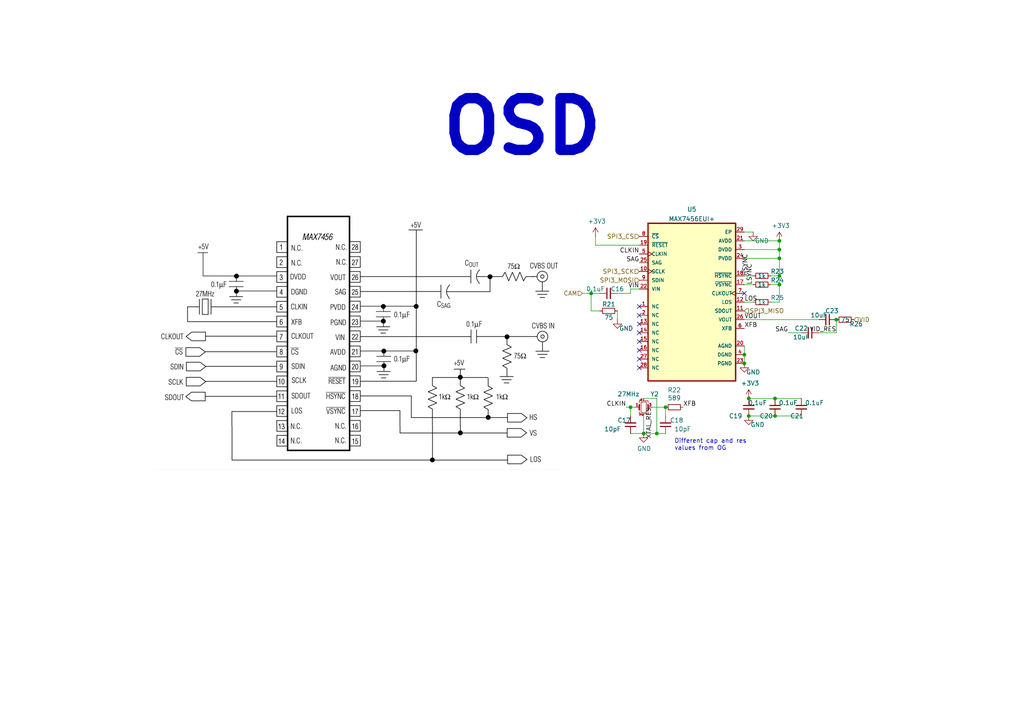
<source format=kicad_sch>
(kicad_sch (version 20231120) (generator "eeschema") (generator_version "8.0")
  (paper "A4")
  (lib_symbols
    (symbol "Device:C_Small" (pin_numbers hide) (pin_names (offset 0.254) hide)
      (property "Reference" "C" (at 0.254 1.778 0))
      (property "Value" "C_Small" (at 0.254 -2.032 0))
      (symbol "C_Small_0_1"
        (polyline (pts (xy -1.524 -0.508) (xy 1.524 -0.508)) (stroke (width 0.3302)))
        (polyline (pts (xy -1.524 0.508) (xy 1.524 0.508)) (stroke (width 0.3048)))
      )
      (symbol "C_Small_1_1"
        (pin passive line (at 0 2.54 270) (length 2.032) (name "~") (number "1"))
        (pin passive line (at 0 -2.54 90) (length 2.032) (name "~") (number "2"))
      )
    )
    (symbol "Device:Crystal_GND24_Small" (pin_names (offset 1.016) hide)
      (property "Reference" "Y" (at 1.27 4.445 0))
      (property "Value" "Crystal_GND24_Small" (at 1.27 2.54 0))
      (symbol "Crystal_GND24_Small_0_1"
        (rectangle (start -0.762 -1.524) (end 0.762 1.524))
        (polyline (pts (xy -1.27 -0.762) (xy -1.27 0.762)) (stroke (width 0.381)))
        (polyline (pts (xy 1.27 -0.762) (xy 1.27 0.762)) (stroke (width 0.381)))
        (polyline (pts (xy -1.27 -1.27) (xy -1.27 -1.905) (xy 1.27 -1.905) (xy 1.27 -1.27)))
        (polyline (pts (xy -1.27 1.27) (xy -1.27 1.905) (xy 1.27 1.905) (xy 1.27 1.27)))
      )
      (symbol "Crystal_GND24_Small_1_1"
        (pin passive line (at -2.54 0 0) (length 1.27) (name "1") (number "1"))
        (pin passive line (at 0 -2.54 90) (length 0.635) (name "2") (number "2"))
        (pin passive line (at 2.54 0 180) (length 1.27) (name "3") (number "3"))
        (pin passive line (at 0 2.54 270) (length 0.635) (name "4") (number "4"))
      )
    )
    (symbol "Device:R_Small" (pin_numbers hide) (pin_names (offset 0.254) hide)
      (property "Reference" "R" (at 0.762 0.508 0))
      (property "Value" "R_Small" (at 0.762 -1.016 0))
      (symbol "R_Small_0_1"
        (rectangle (start -0.762 1.778) (end 0.762 -1.778) (stroke (width 0.2032)))
      )
      (symbol "R_Small_1_1"
        (pin passive line (at 0 2.54 270) (length 0.762) (name "~") (number "1"))
        (pin passive line (at 0 -2.54 90) (length 0.762) (name "~") (number "2"))
      )
    )
    (symbol "JPW_Symbols:MAX7456EUI+" (pin_names (offset 1.016))
      (property "Reference" "U" (at -12.7 23.8506 0))
      (property "Value" "MAX7456EUI+" (at -12.7 -26.8478 0))
      (symbol "MAX7456EUI+_0_0"
        (rectangle (start -12.7 -22.86) (end 12.7 22.86) (stroke (width 0.4064)) (fill (type background)))
        (pin power_in line (at -15.24 -1.27 0) (length 2.54) (name "NC") (number "1"))
        (pin input clock (at -15.24 8.89 0) (length 2.54) (name "SCLK") (number "10"))
        (pin output line (at 15.24 -2.54 180) (length 2.54) (name "SDOUT") (number "11"))
        (pin output line (at 15.24 0 180) (length 2.54) (name "LOS") (number "12"))
        (pin power_in line (at -15.24 -6.35 0) (length 2.54) (name "NC") (number "13"))
        (pin power_in line (at -15.24 -8.89 0) (length 2.54) (name "NC") (number "14"))
        (pin power_in line (at -15.24 -11.43 0) (length 2.54) (name "NC") (number "15"))
        (pin power_in line (at -15.24 -13.97 0) (length 2.54) (name "NC") (number "16"))
        (pin output line (at 15.24 5.08 180) (length 2.54) (name "~{VSYNC}") (number "17"))
        (pin output line (at 15.24 7.62 180) (length 2.54) (name "~{HSYNC}") (number "18"))
        (pin input line (at -15.24 16.51 0) (length 2.54) (name "~{RESET}") (number "19"))
        (pin power_in line (at -15.24 -3.81 0) (length 2.54) (name "NC") (number "2"))
        (pin power_in line (at 15.24 -12.7 180) (length 2.54) (name "AGND") (number "20"))
        (pin power_in line (at 15.24 17.78 180) (length 2.54) (name "AVDD") (number "21"))
        (pin input line (at -15.24 3.81 0) (length 2.54) (name "VIN") (number "22"))
        (pin power_in line (at 15.24 -17.78 180) (length 2.54) (name "PGND") (number "23"))
        (pin power_in line (at 15.24 12.7 180) (length 2.54) (name "PVDD") (number "24"))
        (pin input line (at -15.24 11.43 0) (length 2.54) (name "SAG") (number "25"))
        (pin output line (at 15.24 -5.08 180) (length 2.54) (name "VOUT") (number "26"))
        (pin power_in line (at -15.24 -16.51 0) (length 2.54) (name "NC") (number "27"))
        (pin power_in line (at -15.24 -19.05 0) (length 2.54) (name "NC") (number "28"))
        (pin power_in line (at 15.24 20.32 180) (length 2.54) (name "EP") (number "29"))
        (pin power_in line (at 15.24 15.24 180) (length 2.54) (name "DVDD") (number "3"))
        (pin power_in line (at 15.24 -15.24 180) (length 2.54) (name "DGND") (number "4"))
        (pin input clock (at -15.24 13.97 0) (length 2.54) (name "CLKIN") (number "5"))
        (pin output line (at 15.24 -7.62 180) (length 2.54) (name "XFB") (number "6"))
        (pin output clock (at 15.24 2.54 180) (length 2.54) (name "CLKOUT") (number "7"))
        (pin input line (at -15.24 19.05 0) (length 2.54) (name "~{CS}") (number "8"))
        (pin input line (at -15.24 6.35 0) (length 2.54) (name "SDIN") (number "9"))
      )
    )
    (symbol "power:+3V3" (power) (pin_numbers hide) (pin_names (offset 0) hide)
      (property "Value" "+3V3" (at 0 3.556 0))
      (symbol "+3V3_0_1"
        (polyline (pts (xy -0.762 1.27) (xy 0 2.54)))
        (polyline (pts (xy 0 0) (xy 0 2.54)))
        (polyline (pts (xy 0 2.54) (xy 0.762 1.27)))
      )
      (symbol "+3V3_1_1"
        (pin power_in line (at 0 0 90) (length 0) (name "~") (number "1"))
      )
    )
    (symbol "power:GND" (power) (pin_numbers hide) (pin_names (offset 0) hide)
      (property "Value" "GND" (at 0 -3.81 0))
      (symbol "GND_0_1"
        (polyline (pts (xy 0 0) (xy 0 -1.27) (xy 1.27 -1.27) (xy 0 -2.54) (xy -1.27 -1.27) (xy 0 -1.27)))
      )
      (symbol "GND_1_1"
        (pin power_in line (at 0 0 270) (length 0) (name "~") (number "1"))
      )
    )
  )
  (junction (at 226.06 72.39))
  (junction (at 226.06 80.01))
  (junction (at 193.04 118.11))
  (junction (at 224.79 120.65))
  (junction (at 171.45 85.09))
  (junction (at 215.9 102.87))
  (junction (at 190.5 125.73))
  (junction (at 217.17 120.65))
  (junction (at 242.57 92.71))
  (junction (at 224.79 115.57))
  (junction (at 215.9 105.41))
  (junction (at 186.69 125.73))
  (junction (at 226.06 69.85))
  (junction (at 226.06 74.93))
  (junction (at 226.06 82.55))
  (junction (at 217.17 115.57))
  (junction (at 182.88 118.11))
  (no_connect (at 185.42 93.98))
  (no_connect (at 185.42 96.52))
  (no_connect (at 185.42 99.06))
  (no_connect (at 185.42 104.14))
  (no_connect (at 185.42 101.6))
  (no_connect (at 185.42 106.68))
  (no_connect (at 185.42 91.44))
  (no_connect (at 185.42 88.9))
  (no_connect (at 215.9 85.09))
  (wire (pts (xy 217.17 120.65) (xy 224.79 120.65)))
  (wire (pts (xy 181.61 118.11) (xy 182.88 118.11)))
  (wire (pts (xy 215.9 67.31) (xy 218.44 67.31)))
  (wire (pts (xy 217.17 115.57) (xy 224.79 115.57)))
  (wire (pts (xy 186.69 115.57) (xy 190.5 115.57)))
  (wire (pts (xy 171.45 90.17) (xy 173.99 90.17)))
  (wire (pts (xy 226.06 74.93) (xy 226.06 80.01)))
  (wire (pts (xy 172.72 68.58) (xy 172.72 71.12)))
  (wire (pts (xy 226.06 74.93) (xy 226.06 72.39)))
  (wire (pts (xy 215.9 102.87) (xy 215.9 105.41)))
  (wire (pts (xy 228.6 96.52) (xy 232.41 96.52)))
  (wire (pts (xy 226.06 87.63) (xy 226.06 82.55)))
  (wire (pts (xy 223.52 82.55) (xy 226.06 82.55)))
  (wire (pts (xy 224.79 115.57) (xy 232.41 115.57)))
  (wire (pts (xy 215.9 100.33) (xy 215.9 102.87)))
  (wire (pts (xy 223.52 87.63) (xy 226.06 87.63)))
  (wire (pts (xy 215.9 74.93) (xy 226.06 74.93)))
  (wire (pts (xy 190.5 125.73) (xy 193.04 125.73)))
  (wire (pts (xy 215.9 87.63) (xy 218.44 87.63)))
  (wire (pts (xy 179.07 85.09) (xy 182.88 85.09)))
  (wire (pts (xy 215.9 80.01) (xy 218.44 80.01)))
  (wire (pts (xy 226.06 82.55) (xy 226.06 80.01)))
  (wire (pts (xy 182.88 83.82) (xy 185.42 83.82)))
  (wire (pts (xy 186.69 125.73) (xy 190.5 125.73)))
  (wire (pts (xy 237.49 96.52) (xy 242.57 96.52)))
  (wire (pts (xy 168.91 85.09) (xy 171.45 85.09)))
  (wire (pts (xy 179.07 90.17) (xy 179.07 92.71)))
  (wire (pts (xy 182.88 125.73) (xy 186.69 125.73)))
  (wire (pts (xy 182.88 85.09) (xy 182.88 83.82)))
  (wire (pts (xy 242.57 92.71) (xy 242.57 96.52)))
  (wire (pts (xy 171.45 85.09) (xy 173.99 85.09)))
  (wire (pts (xy 193.04 118.11) (xy 193.04 120.65)))
  (wire (pts (xy 215.9 82.55) (xy 218.44 82.55)))
  (wire (pts (xy 223.52 80.01) (xy 226.06 80.01)))
  (wire (pts (xy 226.06 72.39) (xy 226.06 69.85)))
  (wire (pts (xy 215.9 72.39) (xy 226.06 72.39)))
  (wire (pts (xy 182.88 118.11) (xy 184.15 118.11)))
  (wire (pts (xy 224.79 120.65) (xy 232.41 120.65)))
  (wire (pts (xy 215.9 69.85) (xy 226.06 69.85)))
  (wire (pts (xy 189.23 118.11) (xy 193.04 118.11)))
  (wire (pts (xy 190.5 115.57) (xy 190.5 125.73)))
  (wire (pts (xy 237.49 92.71) (xy 215.9 92.71)))
  (wire (pts (xy 186.69 120.65) (xy 186.69 125.73)))
  (wire (pts (xy 182.88 118.11) (xy 182.88 120.65)))
  (wire (pts (xy 172.72 71.12) (xy 185.42 71.12)))
  (wire (pts (xy 171.45 85.09) (xy 171.45 90.17)))
  (image (at 104.14 97.79) (scale 0.355))
  (text "Different cap and res \nvalues from OG" (at 195.58 130.81 0) (effects (font (size 1.27 1.27)) (justify left bottom)))
  (text "OSD" (at 127 45.72 0) (effects (font (size 15.0114 15.0114) (thickness 3.0023) (bold yes)) (justify left bottom)))
  (label "SAG" (at 185.42 76.2 180))
  (label "CLKIN" (at 185.42 73.66 180))
  (label "SAG" (at 228.6 96.52 180))
  (label "HSYNC" (at 217.17 80.01 90))
  (label "XTAL_RES" (at 189.23 118.11 270))
  (label "VID_RES" (at 242.57 96.52 180))
  (label "CLKIN" (at 181.61 118.11 180))
  (label "LOS" (at 215.9 87.63 0))
  (label "XFB" (at 198.12 118.11 0))
  (label "LSYNC" (at 218.44 82.55 90))
  (label "VIN" (at 185.42 83.82 180))
  (label "VOUT" (at 215.9 92.71 0))
  (label "XFB" (at 215.9 95.25 0))
  (hierarchical_label "SPI3_CS" (shape input) (at 185.42 68.58 180))
  (hierarchical_label "SPI3_MOSI" (shape input) (at 185.42 81.28 180))
  (hierarchical_label "VID" (shape input) (at 247.65 92.71 0))
  (hierarchical_label "CAM" (shape input) (at 168.91 85.09 180))
  (hierarchical_label "SPI3_MISO" (shape input) (at 215.9 90.17 0))
  (hierarchical_label "SPI3_SCK" (shape input) (at 185.42 78.74 180))
  (symbol (lib_id "Device:Crystal_GND24_Small") (at 186.69 118.11 0) (unit 1)
    (property "Reference" "Y2" (at 188.595 114.3 0) (effects (justify left)))
    (property "Value" "27MHz" (at 179.07 114.3 0) (effects (justify left)))
    (property "Footprint" "Oscillator:Oscillator_SMD_Abracon_ASE-4Pin_3.2x2.5mm" (effects (hide yes)))
    (property "Description" "Four pin crystal, GND on pins 2 and 4, small symbol" (effects (hide yes)))
  )
  (symbol (lib_id "Device:C_Small") (at 182.88 123.19 180) (unit 1)
    (property "Reference" "C17" (at 179.07 121.92 0) (effects (justify right)))
    (property "Value" "10pF" (at 175.26 124.46 0) (effects (justify right)))
    (property "Footprint" "Capacitor_SMD:C_0402_1005Metric" (effects (hide yes)))
    (property "Description" "Unpolarized capacitor, small symbol" (effects (hide yes)))
  )
  (symbol (lib_id "Device:C_Small") (at 193.04 123.19 180) (unit 1)
    (property "Reference" "C18" (at 194.31 121.92 0) (effects (justify right)))
    (property "Value" "10pF" (at 195.58 124.46 0) (effects (justify right)))
    (property "Footprint" "Capacitor_SMD:C_0402_1005Metric" (effects (hide yes)))
    (property "Description" "Unpolarized capacitor, small symbol" (effects (hide yes)))
  )
  (symbol (lib_id "power:GND") (at 186.69 125.73 0) (unit 1)
    (property "Reference" "#PWR084" (effects (hide yes)))
    (property "Value" "GND" (at 186.817 130.1242 0))
    (property "Description" "Power symbol creates a global label with name \"GND\" , ground" (effects (hide yes)))
  )
  (symbol (lib_id "Device:R_Small") (at 195.58 118.11 270) (unit 1)
    (property "Reference" "R22" (at 195.58 113.1316 90))
    (property "Value" "589" (at 195.58 115.443 90))
    (property "Footprint" "Resistor_SMD:R_0402_1005Metric" (effects (hide yes)))
    (property "Description" "Resistor, small symbol" (effects (hide yes)))
  )
  (symbol (lib_id "Device:C_Small") (at 217.17 118.11 0) (unit 1)
    (property "Reference" "C19" (at 213.36 120.65 0))
    (property "Value" "0.1uF" (at 219.71 116.84 0))
    (property "Footprint" "Capacitor_SMD:C_0402_1005Metric" (effects (hide yes)))
    (property "Description" "Unpolarized capacitor, small symbol" (effects (hide yes)))
  )
  (symbol (lib_id "Device:C_Small") (at 224.79 118.11 0) (unit 1)
    (property "Reference" "C20" (at 222.25 120.65 0))
    (property "Value" "0.1uF" (at 228.6 116.84 0))
    (property "Footprint" "Capacitor_SMD:C_0402_1005Metric" (effects (hide yes)))
    (property "Description" "Unpolarized capacitor, small symbol" (effects (hide yes)))
  )
  (symbol (lib_id "Device:C_Small") (at 232.41 118.11 0) (unit 1)
    (property "Reference" "C21" (at 231.14 120.65 0))
    (property "Value" "0.1uF" (at 236.22 116.84 0))
    (property "Footprint" "Capacitor_SMD:C_0402_1005Metric" (effects (hide yes)))
    (property "Description" "Unpolarized capacitor, small symbol" (effects (hide yes)))
  )
  (symbol (lib_id "power:+3V3") (at 217.17 115.57 0) (unit 1)
    (property "Reference" "#PWR086" (effects (hide yes)))
    (property "Value" "+3V3" (at 217.551 111.1758 0))
    (property "Description" "Power symbol creates a global label with name \"+3V3\"" (effects (hide yes)))
  )
  (symbol (lib_id "power:GND") (at 217.17 120.65 0) (unit 1)
    (property "Reference" "#PWR087" (effects (hide yes)))
    (property "Value" "GND" (at 219.71 123.19 0))
    (property "Description" "Power symbol creates a global label with name \"GND\" , ground" (effects (hide yes)))
  )
  (symbol (lib_id "power:GND") (at 179.07 92.71 0) (unit 1)
    (property "Reference" "#PWR083" (effects (hide yes)))
    (property "Value" "GND" (at 181.61 95.25 0))
    (property "Description" "Power symbol creates a global label with name \"GND\" , ground" (effects (hide yes)))
  )
  (symbol (lib_id "Device:R_Small") (at 176.53 90.17 270) (unit 1)
    (property "Reference" "R21" (at 174.625 88.265 90) (effects (justify left)))
    (property "Value" "75" (at 175.26 92.075 90) (effects (justify left)))
    (property "Footprint" "Resistor_SMD:R_0402_1005Metric" (effects (hide yes)))
    (property "Description" "Resistor, small symbol" (effects (hide yes)))
  )
  (symbol (lib_id "power:GND") (at 218.44 67.31 0) (unit 1)
    (property "Reference" "#PWR088" (effects (hide yes)))
    (property "Value" "GND" (at 220.98 69.85 0))
    (property "Description" "Power symbol creates a global label with name \"GND\" , ground" (effects (hide yes)))
  )
  (symbol (lib_id "power:+3V3") (at 226.06 69.85 0) (unit 1)
    (property "Reference" "#PWR089" (effects (hide yes)))
    (property "Value" "+3V3" (at 226.441 65.4558 0))
    (property "Description" "Power symbol creates a global label with name \"+3V3\"" (effects (hide yes)))
  )
  (symbol (lib_id "power:+3V3") (at 172.72 68.58 0) (unit 1)
    (property "Reference" "#PWR082" (effects (hide yes)))
    (property "Value" "+3V3" (at 173.101 64.1858 0))
    (property "Description" "Power symbol creates a global label with name \"+3V3\"" (effects (hide yes)))
  )
  (symbol (lib_id "power:GND") (at 215.9 105.41 0) (unit 1)
    (property "Reference" "#PWR085" (effects (hide yes)))
    (property "Value" "GND" (at 218.44 107.95 0))
    (property "Description" "Power symbol creates a global label with name \"GND\" , ground" (effects (hide yes)))
  )
  (symbol (lib_id "Device:R_Small") (at 220.98 87.63 270) (unit 1)
    (property "Reference" "R25" (at 223.52 86.36 90) (effects (justify left)))
    (property "Value" "1k" (at 219.71 87.63 90) (effects (justify left)))
    (property "Footprint" "Resistor_SMD:R_0402_1005Metric" (effects (hide yes)))
    (property "Description" "Resistor, small symbol" (effects (hide yes)))
  )
  (symbol (lib_id "Device:R_Small") (at 220.98 82.55 270) (unit 1)
    (property "Reference" "R24" (at 223.52 81.28 90) (effects (justify left)))
    (property "Value" "1k" (at 219.71 82.55 90) (effects (justify left)))
    (property "Footprint" "Resistor_SMD:R_0402_1005Metric" (effects (hide yes)))
    (property "Description" "Resistor, small symbol" (effects (hide yes)))
  )
  (symbol (lib_id "Device:R_Small") (at 220.98 80.01 270) (unit 1)
    (property "Reference" "R23" (at 223.52 78.74 90) (effects (justify left)))
    (property "Value" "1k" (at 219.71 80.01 90) (effects (justify left)))
    (property "Footprint" "Resistor_SMD:R_0402_1005Metric" (effects (hide yes)))
    (property "Description" "Resistor, small symbol" (effects (hide yes)))
  )
  (symbol (lib_id "Device:C_Small") (at 234.95 96.52 270) (unit 1)
    (property "Reference" "C22" (at 232.41 95.25 90))
    (property "Value" "10uF" (at 232.41 97.79 90))
    (property "Footprint" "Capacitor_SMD:C_0402_1005Metric" (effects (hide yes)))
    (property "Description" "Unpolarized capacitor, small symbol" (effects (hide yes)))
  )
  (symbol (lib_id "Device:C_Small") (at 240.03 92.71 270) (unit 1)
    (property "Reference" "C23" (at 241.3 90.17 90))
    (property "Value" "10uF" (at 237.49 91.44 90))
    (property "Footprint" "Capacitor_SMD:C_0402_1005Metric" (effects (hide yes)))
    (property "Description" "Unpolarized capacitor, small symbol" (effects (hide yes)))
  )
  (symbol (lib_id "Device:R_Small") (at 245.11 92.71 270) (unit 1)
    (property "Reference" "R26" (at 246.38 93.98 90) (effects (justify left)))
    (property "Value" "75" (at 243.84 92.71 90) (effects (justify left)))
    (property "Footprint" "Resistor_SMD:R_0402_1005Metric" (effects (hide yes)))
    (property "Description" "Resistor, small symbol" (effects (hide yes)))
  )
  (symbol (lib_id "Device:C_Small") (at 176.53 85.09 90) (unit 1)
    (property "Reference" "C16" (at 179.07 83.82 90))
    (property "Value" "0.1uF" (at 172.72 83.82 90))
    (property "Footprint" "Capacitor_SMD:C_0402_1005Metric" (effects (hide yes)))
    (property "Description" "Unpolarized capacitor, small symbol" (effects (hide yes)))
  )
  (symbol (lib_id "JPW_Symbols:MAX7456EUI+") (at 200.66 87.63 0) (unit 1)
    (property "Reference" "U5" (at 200.66 60.7273 0))
    (property "Value" "MAX7456EUI+" (at 200.66 63.5024 0))
    (property "Footprint" "JPW_Footprints:MAX7456" (effects (hide yes)))
  )
)
</source>
